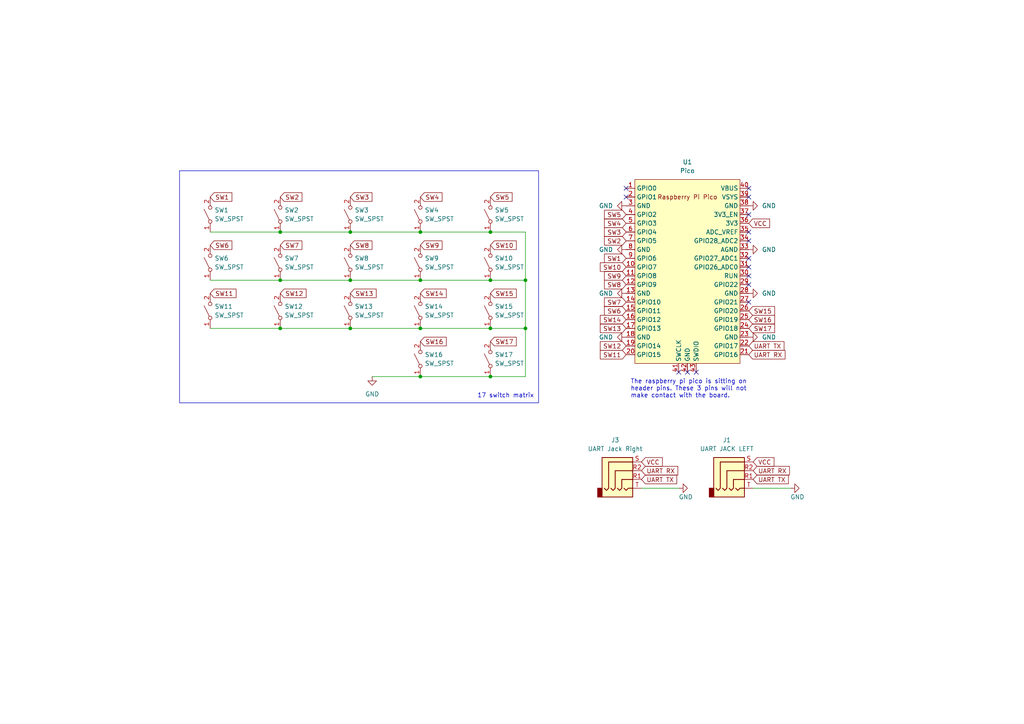
<source format=kicad_sch>
(kicad_sch (version 20231120) (generator "eeschema") (generator_version "8.0")
  (paper "A4")
  (title_block (title "Eobard Split Keyboard") (date "2024-11-07") (rev "1.3") (company "by primevivian") (comment 4 "This constitutes the design of a single half of a split keyboard."))
  (lib_symbols
    (symbol "Connector_Audio:AudioJack4"
      (property "Reference" "J" (at 0 8.89 0))
      (property "Value" "AudioJack4" (at 0 6.35 0))
      (symbol "AudioJack4_0_1"
        (rectangle (start -6.35 -5.08) (end -7.62 -7.62) (stroke (width 0.254)) (fill (type outline)))
        (polyline (pts (xy 0 -5.08) (xy 0.635 -5.715) (xy 1.27 -5.08) (xy 2.54 -5.08)) (stroke (width 0.254)))
        (polyline (pts (xy -5.715 -5.08) (xy -5.08 -5.715) (xy -4.445 -5.08) (xy -4.445 2.54) (xy 2.54 2.54)) (stroke (width 0.254)))
        (polyline (pts (xy -1.905 -5.08) (xy -1.27 -5.715) (xy -0.635 -5.08) (xy -0.635 -2.54) (xy 2.54 -2.54)) (stroke (width 0.254)))
        (polyline (pts (xy 2.54 0) (xy -2.54 0) (xy -2.54 -5.08) (xy -3.175 -5.715) (xy -3.81 -5.08)) (stroke (width 0.254)))
        (rectangle (start 2.54 3.81) (end -6.35 -7.62) (stroke (width 0.254)) (fill (type background)))
      )
      (symbol "AudioJack4_1_1"
        (pin passive line (at 5.08 -2.54 180) (length 2.54) (name "~") (number "R1"))
        (pin passive line (at 5.08 0 180) (length 2.54) (name "~") (number "R2"))
        (pin passive line (at 5.08 2.54 180) (length 2.54) (name "~") (number "S"))
        (pin passive line (at 5.08 -5.08 180) (length 2.54) (name "~") (number "T"))
      )
    )
    (symbol "GND_1" (power) (pin_numbers hide) (pin_names (offset 0) hide)
      (property "Value" "GND" (at 0 -3.81 0))
      (symbol "GND_1_0_1"
        (polyline (pts (xy 0 0) (xy 0 -1.27) (xy 1.27 -1.27) (xy 0 -2.54) (xy -1.27 -1.27) (xy 0 -1.27)))
      )
      (symbol "GND_1_1_1"
        (pin power_in line (at 0 0 270) (length 0) (name "~") (number "1"))
      )
    )
    (symbol "MCU_RaspberryPi_and_Boards:Pico"
      (property "Reference" "U" (at -13.97 27.94 0))
      (property "Value" "Pico" (at 0 19.05 0))
      (symbol "Pico_0_0"
        (text "Raspberry Pi Pico" (at 0 21.59 0) (effects (font (size 1.27 1.27))))
      )
      (symbol "Pico_0_1"
        (rectangle (start -15.24 26.67) (end 15.24 -26.67) (fill (type background)))
      )
      (symbol "Pico_1_1"
        (pin bidirectional line (at -17.78 24.13 0) (length 2.54) (name "GPIO0") (number "1"))
        (pin bidirectional line (at -17.78 1.27 0) (length 2.54) (name "GPIO7") (number "10"))
        (pin bidirectional line (at -17.78 -1.27 0) (length 2.54) (name "GPIO8") (number "11"))
        (pin bidirectional line (at -17.78 -3.81 0) (length 2.54) (name "GPIO9") (number "12"))
        (pin power_in line (at -17.78 -6.35 0) (length 2.54) (name "GND") (number "13"))
        (pin bidirectional line (at -17.78 -8.89 0) (length 2.54) (name "GPIO10") (number "14"))
        (pin bidirectional line (at -17.78 -11.43 0) (length 2.54) (name "GPIO11") (number "15"))
        (pin bidirectional line (at -17.78 -13.97 0) (length 2.54) (name "GPIO12") (number "16"))
        (pin bidirectional line (at -17.78 -16.51 0) (length 2.54) (name "GPIO13") (number "17"))
        (pin power_in line (at -17.78 -19.05 0) (length 2.54) (name "GND") (number "18"))
        (pin bidirectional line (at -17.78 -21.59 0) (length 2.54) (name "GPIO14") (number "19"))
        (pin bidirectional line (at -17.78 21.59 0) (length 2.54) (name "GPIO1") (number "2"))
        (pin bidirectional line (at -17.78 -24.13 0) (length 2.54) (name "GPIO15") (number "20"))
        (pin bidirectional line (at 17.78 -24.13 180) (length 2.54) (name "GPIO16") (number "21"))
        (pin bidirectional line (at 17.78 -21.59 180) (length 2.54) (name "GPIO17") (number "22"))
        (pin power_in line (at 17.78 -19.05 180) (length 2.54) (name "GND") (number "23"))
        (pin bidirectional line (at 17.78 -16.51 180) (length 2.54) (name "GPIO18") (number "24"))
        (pin bidirectional line (at 17.78 -13.97 180) (length 2.54) (name "GPIO19") (number "25"))
        (pin bidirectional line (at 17.78 -11.43 180) (length 2.54) (name "GPIO20") (number "26"))
        (pin bidirectional line (at 17.78 -8.89 180) (length 2.54) (name "GPIO21") (number "27"))
        (pin power_in line (at 17.78 -6.35 180) (length 2.54) (name "GND") (number "28"))
        (pin bidirectional line (at 17.78 -3.81 180) (length 2.54) (name "GPIO22") (number "29"))
        (pin power_in line (at -17.78 19.05 0) (length 2.54) (name "GND") (number "3"))
        (pin input line (at 17.78 -1.27 180) (length 2.54) (name "RUN") (number "30"))
        (pin bidirectional line (at 17.78 1.27 180) (length 2.54) (name "GPIO26_ADC0") (number "31"))
        (pin bidirectional line (at 17.78 3.81 180) (length 2.54) (name "GPIO27_ADC1") (number "32"))
        (pin power_in line (at 17.78 6.35 180) (length 2.54) (name "AGND") (number "33"))
        (pin bidirectional line (at 17.78 8.89 180) (length 2.54) (name "GPIO28_ADC2") (number "34"))
        (pin power_in line (at 17.78 11.43 180) (length 2.54) (name "ADC_VREF") (number "35"))
        (pin power_in line (at 17.78 13.97 180) (length 2.54) (name "3V3") (number "36"))
        (pin input line (at 17.78 16.51 180) (length 2.54) (name "3V3_EN") (number "37"))
        (pin bidirectional line (at 17.78 19.05 180) (length 2.54) (name "GND") (number "38"))
        (pin power_in line (at 17.78 21.59 180) (length 2.54) (name "VSYS") (number "39"))
        (pin bidirectional line (at -17.78 16.51 0) (length 2.54) (name "GPIO2") (number "4"))
        (pin power_in line (at 17.78 24.13 180) (length 2.54) (name "VBUS") (number "40"))
        (pin input line (at -2.54 -29.21 90) (length 2.54) (name "SWCLK") (number "41"))
        (pin power_in line (at 0 -29.21 90) (length 2.54) (name "GND") (number "42"))
        (pin bidirectional line (at 2.54 -29.21 90) (length 2.54) (name "SWDIO") (number "43"))
        (pin bidirectional line (at -17.78 13.97 0) (length 2.54) (name "GPIO3") (number "5"))
        (pin bidirectional line (at -17.78 11.43 0) (length 2.54) (name "GPIO4") (number "6"))
        (pin bidirectional line (at -17.78 8.89 0) (length 2.54) (name "GPIO5") (number "7"))
        (pin power_in line (at -17.78 6.35 0) (length 2.54) (name "GND") (number "8"))
        (pin bidirectional line (at -17.78 3.81 0) (length 2.54) (name "GPIO6") (number "9"))
      )
    )
    (symbol "Switch:SW_SPST" (pin_names (offset 0) hide)
      (property "Reference" "SW" (at 0 3.175 0))
      (property "Value" "SW_SPST" (at 0 -2.54 0))
      (symbol "SW_SPST_0_0"
        (circle (center -2.032 0) (radius 0.508))
        (polyline (pts (xy -1.524 0.254) (xy 1.524 1.778)))
        (circle (center 2.032 0) (radius 0.508))
      )
      (symbol "SW_SPST_1_1"
        (pin passive line (at -5.08 0 0) (length 2.54) (name "A") (number "1"))
        (pin passive line (at 5.08 0 180) (length 2.54) (name "B") (number "2"))
      )
    )
    (symbol "power:GND" (power) (pin_names (offset 0))
      (property "Value" "GND" (at 0 -3.81 0))
      (symbol "GND_0_1"
        (polyline (pts (xy 0 0) (xy 0 -1.27) (xy 1.27 -1.27) (xy 0 -2.54) (xy -1.27 -1.27) (xy 0 -1.27)))
      )
      (symbol "GND_1_1"
        (pin power_in line (at 0 0 270) (length 0) hide (name "GND") (number "1"))
      )
    )
  )
  (junction (at 142.24 95.25))
  (junction (at 101.6 95.25))
  (junction (at 121.92 95.25))
  (junction (at 142.24 67.31))
  (junction (at 121.92 81.28))
  (junction (at 81.28 81.28))
  (junction (at 81.28 95.25))
  (junction (at 152.4 81.28))
  (junction (at 121.92 109.22))
  (junction (at 142.24 109.22))
  (junction (at 81.28 67.31))
  (junction (at 152.4 95.25))
  (junction (at 101.6 81.28))
  (junction (at 101.6 67.31))
  (junction (at 121.92 67.31))
  (junction (at 142.24 81.28))
  (no_connect (at 217.17 54.61))
  (no_connect (at 217.17 77.47))
  (no_connect (at 217.17 67.31))
  (no_connect (at 201.93 107.95))
  (no_connect (at 217.17 80.01))
  (no_connect (at 217.17 62.23))
  (no_connect (at 199.39 107.95))
  (no_connect (at 196.85 107.95))
  (no_connect (at 181.61 57.15))
  (no_connect (at 217.17 82.55))
  (no_connect (at 217.17 69.85))
  (no_connect (at 217.17 87.63))
  (no_connect (at 181.61 54.61))
  (no_connect (at 217.17 57.15))
  (no_connect (at 217.17 74.93))
  (wire (pts (xy 107.95 109.22) (xy 121.92 109.22)))
  (wire (pts (xy 60.96 81.28) (xy 81.28 81.28)))
  (wire (pts (xy 152.4 81.28) (xy 142.24 81.28)))
  (wire (pts (xy 152.4 81.28) (xy 152.4 95.25)))
  (wire (pts (xy 121.92 95.25) (xy 142.24 95.25)))
  (wire (pts (xy 101.6 67.31) (xy 121.92 67.31)))
  (wire (pts (xy 81.28 95.25) (xy 101.6 95.25)))
  (wire (pts (xy 81.28 81.28) (xy 101.6 81.28)))
  (wire (pts (xy 152.4 95.25) (xy 142.24 95.25)))
  (wire (pts (xy 101.6 95.25) (xy 121.92 95.25)))
  (wire (pts (xy 121.92 67.31) (xy 142.24 67.31)))
  (wire (pts (xy 218.44 141.605) (xy 229.235 141.605)))
  (wire (pts (xy 101.6 81.28) (xy 121.92 81.28)))
  (wire (pts (xy 152.4 67.31) (xy 152.4 81.28)))
  (wire (pts (xy 142.24 109.22) (xy 152.4 109.22)))
  (wire (pts (xy 60.96 67.31) (xy 81.28 67.31)))
  (wire (pts (xy 121.92 109.22) (xy 142.24 109.22)))
  (wire (pts (xy 121.92 81.28) (xy 142.24 81.28)))
  (wire (pts (xy 186.055 141.605) (xy 196.85 141.605)))
  (wire (pts (xy 152.4 109.22) (xy 152.4 95.25)))
  (wire (pts (xy 142.24 67.31) (xy 152.4 67.31)))
  (wire (pts (xy 81.28 67.31) (xy 101.6 67.31)))
  (wire (pts (xy 60.96 95.25) (xy 81.28 95.25)))
  (rectangle (start 52.07 49.53) (end 156.21 116.84))
  (text "The raspberry pi pico is sitting on \nheader pins. These 3 pins will not \nmake contact with the board." (at 182.88 115.57 0) (effects (font (size 1.27 1.27)) (justify left bottom)))
  (text "17 switch matrix" (at 138.43 115.57 0) (effects (font (size 1.27 1.27)) (justify left bottom)))
  (global_label "UART TX" (shape input) (at 217.17 100.33 0) (property "Intersheetrefs" "${INTERSHEET_REFS}" (effects (hide yes))))
  (global_label "SW8" (shape input) (at 101.6 71.12 0) (property "Intersheetrefs" "${INTERSHEET_REFS}" (effects (hide yes))))
  (global_label "SW1" (shape input) (at 60.96 57.15 0) (property "Intersheetrefs" "${INTERSHEET_REFS}" (effects (hide yes))))
  (global_label "UART RX" (shape input) (at 218.44 136.525 0) (property "Intersheetrefs" "${INTERSHEET_REFS}" (effects (hide yes))))
  (global_label "SW5" (shape input) (at 142.24 57.15 0) (property "Intersheetrefs" "${INTERSHEET_REFS}" (effects (hide yes))))
  (global_label "SW9" (shape input) (at 181.61 80.01 180) (property "Intersheetrefs" "${INTERSHEET_REFS}" (effects (hide yes))))
  (global_label "SW7" (shape input) (at 181.61 87.63 180) (property "Intersheetrefs" "${INTERSHEET_REFS}" (effects (hide yes))))
  (global_label "UART TX" (shape input) (at 186.055 139.065 0) (property "Intersheetrefs" "${INTERSHEET_REFS}" (effects (hide yes))))
  (global_label "SW10" (shape input) (at 181.61 77.47 180) (property "Intersheetrefs" "${INTERSHEET_REFS}" (effects (hide yes))))
  (global_label "SW14" (shape input) (at 181.61 92.71 180) (property "Intersheetrefs" "${INTERSHEET_REFS}" (effects (hide yes))))
  (global_label "SW6" (shape input) (at 181.61 90.17 180) (property "Intersheetrefs" "${INTERSHEET_REFS}" (effects (hide yes))))
  (global_label "SW12" (shape input) (at 81.28 85.09 0) (property "Intersheetrefs" "${INTERSHEET_REFS}" (effects (hide yes))))
  (global_label "SW8" (shape input) (at 181.61 82.55 180) (property "Intersheetrefs" "${INTERSHEET_REFS}" (effects (hide yes))))
  (global_label "SW6" (shape input) (at 60.96 71.12 0) (property "Intersheetrefs" "${INTERSHEET_REFS}" (effects (hide yes))))
  (global_label "SW2" (shape input) (at 181.61 69.85 180) (property "Intersheetrefs" "${INTERSHEET_REFS}" (effects (hide yes))))
  (global_label "SW4" (shape input) (at 121.92 57.15 0) (property "Intersheetrefs" "${INTERSHEET_REFS}" (effects (hide yes))))
  (global_label "VCC" (shape input) (at 217.17 64.77 0) (property "Intersheetrefs" "${INTERSHEET_REFS}" (effects (hide yes))))
  (global_label "SW7" (shape input) (at 81.28 71.12 0) (property "Intersheetrefs" "${INTERSHEET_REFS}" (effects (hide yes))))
  (global_label "SW5" (shape input) (at 181.61 62.23 180) (property "Intersheetrefs" "${INTERSHEET_REFS}" (effects (hide yes))))
  (global_label "SW1" (shape input) (at 181.61 74.93 180) (property "Intersheetrefs" "${INTERSHEET_REFS}" (effects (hide yes))))
  (global_label "SW17" (shape input) (at 217.17 95.25 0) (property "Intersheetrefs" "${INTERSHEET_REFS}" (effects (hide yes))))
  (global_label "SW11" (shape input) (at 181.61 102.87 180) (property "Intersheetrefs" "${INTERSHEET_REFS}" (effects (hide yes))))
  (global_label "SW14" (shape input) (at 121.92 85.09 0) (property "Intersheetrefs" "${INTERSHEET_REFS}" (effects (hide yes))))
  (global_label "SW9" (shape input) (at 121.92 71.12 0) (property "Intersheetrefs" "${INTERSHEET_REFS}" (effects (hide yes))))
  (global_label "SW15" (shape input) (at 142.24 85.09 0) (property "Intersheetrefs" "${INTERSHEET_REFS}" (effects (hide yes))))
  (global_label "UART TX" (shape input) (at 218.44 139.065 0) (property "Intersheetrefs" "${INTERSHEET_REFS}" (effects (hide yes))))
  (global_label "VCC" (shape input) (at 218.44 133.985 0) (property "Intersheetrefs" "${INTERSHEET_REFS}" (effects (hide yes))))
  (global_label "SW13" (shape input) (at 181.61 95.25 180) (property "Intersheetrefs" "${INTERSHEET_REFS}" (effects (hide yes))))
  (global_label "SW2" (shape input) (at 81.28 57.15 0) (property "Intersheetrefs" "${INTERSHEET_REFS}" (effects (hide yes))))
  (global_label "UART RX" (shape input) (at 217.17 102.87 0) (property "Intersheetrefs" "${INTERSHEET_REFS}" (effects (hide yes))))
  (global_label "UART RX" (shape input) (at 186.055 136.525 0) (property "Intersheetrefs" "${INTERSHEET_REFS}" (effects (hide yes))))
  (global_label "SW15" (shape input) (at 217.17 90.17 0) (property "Intersheetrefs" "${INTERSHEET_REFS}" (effects (hide yes))))
  (global_label "SW10" (shape input) (at 142.24 71.12 0) (property "Intersheetrefs" "${INTERSHEET_REFS}" (effects (hide yes))))
  (global_label "SW3" (shape input) (at 101.6 57.15 0) (property "Intersheetrefs" "${INTERSHEET_REFS}" (effects (hide yes))))
  (global_label "VCC" (shape input) (at 186.055 133.985 0) (property "Intersheetrefs" "${INTERSHEET_REFS}" (effects (hide yes))))
  (global_label "SW11" (shape input) (at 60.96 85.09 0) (property "Intersheetrefs" "${INTERSHEET_REFS}" (effects (hide yes))))
  (global_label "SW16" (shape input) (at 121.92 99.06 0) (property "Intersheetrefs" "${INTERSHEET_REFS}" (effects (hide yes))))
  (global_label "SW13" (shape input) (at 101.6 85.09 0) (property "Intersheetrefs" "${INTERSHEET_REFS}" (effects (hide yes))))
  (global_label "SW16" (shape input) (at 217.17 92.71 0) (property "Intersheetrefs" "${INTERSHEET_REFS}" (effects (hide yes))))
  (global_label "SW4" (shape input) (at 181.61 64.77 180) (property "Intersheetrefs" "${INTERSHEET_REFS}" (effects (hide yes))))
  (global_label "SW12" (shape input) (at 181.61 100.33 180) (property "Intersheetrefs" "${INTERSHEET_REFS}" (effects (hide yes))))
  (global_label "SW17" (shape input) (at 142.24 99.06 0) (property "Intersheetrefs" "${INTERSHEET_REFS}" (effects (hide yes))))
  (global_label "SW3" (shape input) (at 181.61 67.31 180) (property "Intersheetrefs" "${INTERSHEET_REFS}" (effects (hide yes))))
  (symbol (lib_id "Switch:SW_SPST") (at 60.96 62.23 90) (unit 1)
    (property "Reference" "SW1" (at 62.23 60.96 90) (effects (justify right)))
    (property "Value" "SW_SPST" (at 62.23 63.5 90) (effects (justify right)))
    (property "Footprint" "keyswitches:SW_MX_reversible" (effects (hide yes)))
  )
  (symbol (lib_id "power:GND") (at 217.17 97.79 90) (unit 1)
    (property "Reference" "#PWR05" (effects (hide yes)))
    (property "Value" "GND" (at 220.98 97.79 90) (effects (justify right)))
  )
  (symbol (lib_id "power:GND") (at 217.17 85.09 90) (unit 1)
    (property "Reference" "#PWR06" (effects (hide yes)))
    (property "Value" "GND" (at 220.98 85.09 90) (effects (justify right)))
  )
  (symbol (lib_id "power:GND") (at 217.17 72.39 90) (unit 1)
    (property "Reference" "#PWR08" (effects (hide yes)))
    (property "Value" "GND" (at 220.98 72.39 90) (effects (justify right)))
  )
  (symbol (lib_id "power:GND") (at 196.85 141.605 90) (unit 1)
    (property "Reference" "#PWR09" (effects (hide yes)))
    (property "Value" "GND" (at 196.85 144.145 90) (effects (justify right)))
  )
  (symbol (lib_id "power:GND") (at 181.61 72.39 270) (unit 1)
    (property "Reference" "#PWR010" (effects (hide yes)))
    (property "Value" "GND" (at 177.8 72.39 90) (effects (justify right)))
  )
  (symbol (lib_id "Switch:SW_SPST") (at 121.92 76.2 90) (unit 1)
    (property "Reference" "SW9" (at 123.19 74.93 90) (effects (justify right)))
    (property "Value" "SW_SPST" (at 123.19 77.47 90) (effects (justify right)))
    (property "Footprint" "keyswitches:SW_MX_reversible" (effects (hide yes)))
  )
  (symbol (lib_id "power:GND") (at 181.61 59.69 270) (unit 1)
    (property "Reference" "#PWR01" (effects (hide yes)))
    (property "Value" "GND" (at 177.8 59.69 90) (effects (justify right)))
  )
  (symbol (lib_id "Switch:SW_SPST") (at 121.92 104.14 90) (unit 1)
    (property "Reference" "SW16" (at 123.19 102.87 90) (effects (justify right)))
    (property "Value" "SW_SPST" (at 123.19 105.41 90) (effects (justify right)))
    (property "Footprint" "keyswitches:SW_MX_reversible" (effects (hide yes)))
  )
  (symbol (lib_id "Switch:SW_SPST") (at 101.6 62.23 90) (unit 1)
    (property "Reference" "SW3" (at 102.87 60.96 90) (effects (justify right)))
    (property "Value" "SW_SPST" (at 102.87 63.5 90) (effects (justify right)))
    (property "Footprint" "keyswitches:SW_MX_reversible" (effects (hide yes)))
  )
  (symbol (lib_id "Switch:SW_SPST") (at 60.96 90.17 90) (unit 1)
    (property "Reference" "SW11" (at 62.23 88.9 90) (effects (justify right)))
    (property "Value" "SW_SPST" (at 62.23 91.44 90) (effects (justify right)))
    (property "Footprint" "keyswitches:SW_MX_reversible" (effects (hide yes)))
  )
  (symbol (lib_id "Connector_Audio:AudioJack4") (at 180.975 136.525 0) (unit 1)
    (property "Reference" "J3" (at 178.435 127.635 0))
    (property "Value" "UART Jack Right" (at 178.435 130.175 0))
    (property "Footprint" "PJ-320A_Library:PJ-320A" (effects (hide yes)))
  )
  (symbol (lib_id "Switch:SW_SPST") (at 81.28 62.23 90) (unit 1)
    (property "Reference" "SW2" (at 82.55 60.96 90) (effects (justify right)))
    (property "Value" "SW_SPST" (at 82.55 63.5 90) (effects (justify right)))
    (property "Footprint" "keyswitches:SW_MX_reversible" (effects (hide yes)))
  )
  (symbol (lib_id "power:GND") (at 181.61 97.79 270) (unit 1)
    (property "Reference" "#PWR04" (effects (hide yes)))
    (property "Value" "GND" (at 177.8 97.79 90) (effects (justify right)))
  )
  (symbol (lib_id "Switch:SW_SPST") (at 81.28 76.2 90) (unit 1)
    (property "Reference" "SW7" (at 82.55 74.93 90) (effects (justify right)))
    (property "Value" "SW_SPST" (at 82.55 77.47 90) (effects (justify right)))
    (property "Footprint" "keyswitches:SW_MX_reversible" (effects (hide yes)))
  )
  (symbol (lib_id "Switch:SW_SPST") (at 142.24 90.17 90) (unit 1)
    (property "Reference" "SW15" (at 143.51 88.9 90) (effects (justify right)))
    (property "Value" "SW_SPST" (at 143.51 91.44 90) (effects (justify right)))
    (property "Footprint" "keyswitches:SW_MX_reversible" (effects (hide yes)))
  )
  (symbol (lib_id "power:GND") (at 229.235 141.605 90) (unit 1)
    (property "Reference" "#PWR011" (effects (hide yes)))
    (property "Value" "GND" (at 229.235 144.145 90) (effects (justify right)))
  )
  (symbol (lib_id "Switch:SW_SPST") (at 142.24 62.23 90) (unit 1)
    (property "Reference" "SW5" (at 143.51 60.96 90) (effects (justify right)))
    (property "Value" "SW_SPST" (at 143.51 63.5 90) (effects (justify right)))
    (property "Footprint" "keyswitches:SW_MX_reversible" (effects (hide yes)))
  )
  (symbol (lib_id "power:GND") (at 217.17 59.69 90) (unit 1)
    (property "Reference" "#PWR07" (effects (hide yes)))
    (property "Value" "GND" (at 220.98 59.69 90) (effects (justify right)))
  )
  (symbol (lib_id "Connector_Audio:AudioJack4") (at 213.36 136.525 0) (unit 1)
    (property "Reference" "J1" (at 210.82 127.635 0))
    (property "Value" "UART JACK LEFT" (at 210.82 130.175 0))
    (property "Footprint" "PJ-320A_Library:PJ-320A" (effects (hide yes)))
  )
  (symbol (lib_id "Switch:SW_SPST") (at 121.92 62.23 90) (unit 1)
    (property "Reference" "SW4" (at 123.19 60.96 90) (effects (justify right)))
    (property "Value" "SW_SPST" (at 123.19 63.5 90) (effects (justify right)))
    (property "Footprint" "keyswitches:SW_MX_reversible" (effects (hide yes)))
  )
  (symbol (lib_id "power:GND") (at 181.61 85.09 270) (unit 1)
    (property "Reference" "#PWR03" (effects (hide yes)))
    (property "Value" "GND" (at 177.8 85.09 90) (effects (justify right)))
  )
  (symbol (lib_id "Switch:SW_SPST") (at 101.6 76.2 90) (unit 1)
    (property "Reference" "SW8" (at 102.87 74.93 90) (effects (justify right)))
    (property "Value" "SW_SPST" (at 102.87 77.47 90) (effects (justify right)))
    (property "Footprint" "keyswitches:SW_MX_reversible" (effects (hide yes)))
  )
  (symbol (lib_id "Switch:SW_SPST") (at 121.92 90.17 90) (unit 1)
    (property "Reference" "SW14" (at 123.19 88.9 90) (effects (justify right)))
    (property "Value" "SW_SPST" (at 123.19 91.44 90) (effects (justify right)))
    (property "Footprint" "keyswitches:SW_MX_reversible" (effects (hide yes)))
  )
  (symbol (lib_id "Switch:SW_SPST") (at 81.28 90.17 90) (unit 1)
    (property "Reference" "SW12" (at 82.55 88.9 90) (effects (justify right)))
    (property "Value" "SW_SPST" (at 82.55 91.44 90) (effects (justify right)))
    (property "Footprint" "keyswitches:SW_MX_reversible" (effects (hide yes)))
  )
  (symbol (lib_id "Switch:SW_SPST") (at 60.96 76.2 90) (unit 1)
    (property "Reference" "SW6" (at 62.23 74.93 90) (effects (justify right)))
    (property "Value" "SW_SPST" (at 62.23 77.47 90) (effects (justify right)))
    (property "Footprint" "keyswitches:SW_MX_reversible" (effects (hide yes)))
  )
  (symbol (lib_id "Switch:SW_SPST") (at 101.6 90.17 90) (unit 1)
    (property "Reference" "SW13" (at 102.87 88.9 90) (effects (justify right)))
    (property "Value" "SW_SPST" (at 102.87 91.44 90) (effects (justify right)))
    (property "Footprint" "keyswitches:SW_MX_reversible" (effects (hide yes)))
  )
  (symbol (lib_id "Switch:SW_SPST") (at 142.24 104.14 90) (unit 1)
    (property "Reference" "SW17" (at 143.51 102.87 90) (effects (justify right)))
    (property "Value" "SW_SPST" (at 143.51 105.41 90) (effects (justify right)))
    (property "Footprint" "keyswitches:SW_MX_reversible" (effects (hide yes)))
  )
  (symbol (lib_id "MCU_RaspberryPi_and_Boards:Pico") (at 199.39 78.74 0) (unit 1)
    (property "Reference" "U1" (at 199.39 46.99 0))
    (property "Value" "Pico" (at 199.39 49.53 0))
    (property "Footprint" "MCU_RaspberryPi_and_Boards:RPi_Pico_SMD_TH" (effects (hide yes)))
  )
  (symbol (lib_id "Switch:SW_SPST") (at 142.24 76.2 90) (unit 1)
    (property "Reference" "SW10" (at 143.51 74.93 90) (effects (justify right)))
    (property "Value" "SW_SPST" (at 143.51 77.47 90) (effects (justify right)))
    (property "Footprint" "keyswitches:SW_MX_reversible" (effects (hide yes)))
  )
  (symbol (lib_name "GND_1") (lib_id "power:GND") (at 107.95 109.22 0) (unit 1)
    (property "Reference" "#PWR02" (effects (hide yes)))
    (property "Value" "GND" (at 107.95 114.3 0))
    (property "Description" "Power symbol creates a global label with name \"GND\" , ground" (effects (hide yes)))
  )
)
</source>
